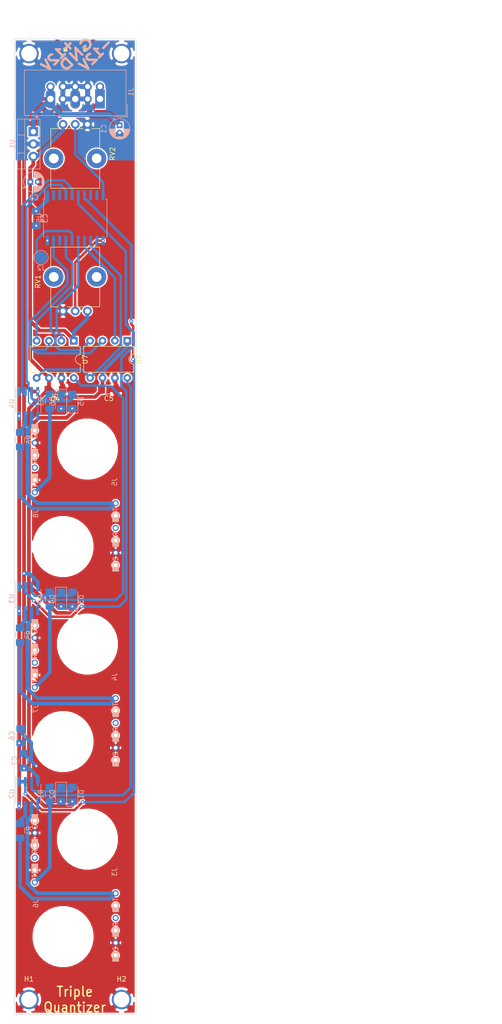
<source format=kicad_pcb>
(kicad_pcb (version 20171130) (host pcbnew "(5.1.5)-3")
  (layers (0 F.Cu signal) (31 B.Cu signal) (34 B.Paste user) (35 F.Paste user) (36 B.SilkS user) (37 F.SilkS user) (38 B.Mask user) (39 F.Mask user) (44 Edge.Cuts user))
  (net 0 "")
  (net 1 GND)
  (net 2 +12V)
  (net 3 +5V)
  (net 4 -12V)
  (net 5 /IN1)
  (net 6 /IN2)
  (net 7 /IN3)
  (net 8 /UPDI)
  (net 9 "Net-(J3-PadRN)")
  (net 10 "Net-(J3-PadSN)")
  (net 11 "Net-(J3-PadT)")
  (net 12 "Net-(J3-PadR)")
  (net 13 "Net-(J4-PadRN)")
  (net 14 "Net-(J4-PadSN)")
  (net 15 "Net-(J4-PadT)")
  (net 16 "Net-(J4-PadR)")
  (net 17 "Net-(J5-PadRN)")
  (net 18 "Net-(J5-PadSN)")
  (net 19 "Net-(J5-PadT)")
  (net 20 "Net-(J5-PadR)")
  (net 21 "Net-(J6-PadTN)")
  (net 22 "Net-(J6-PadRN)")
  (net 23 "Net-(J6-PadSN)")
  (net 24 "Net-(J6-PadT)")
  (net 25 "Net-(J6-PadR)")
  (net 26 "Net-(J7-PadTN)")
  (net 27 "Net-(J7-PadRN)")
  (net 28 "Net-(J7-PadSN)")
  (net 29 "Net-(J7-PadT)")
  (net 30 "Net-(J7-PadR)")
  (net 31 "Net-(J8-PadTN)")
  (net 32 "Net-(J8-PadRN)")
  (net 33 "Net-(J8-PadSN)")
  (net 34 "Net-(J8-PadT)")
  (net 35 "Net-(J8-PadR)")
  (net 36 "Net-(R4-Pad2)")
  (net 37 "Net-(R5-Pad2)")
  (net 38 /DAC0)
  (net 39 /Mode1)
  (net 40 /Mode2)
  (net 41 /SCK)
  (net 42 /MOSI)
  (net 43 /~CS1)
  (net 44 /~CS2)
  (net 45 /~LDAC)
  (net 46 "Net-(U3-Pad5)")
  (net 47 "Net-(D1-Pad2)")
  (net 48 "Net-(D3-Pad2)")
  (net 49 "Net-(D5-Pad2)")
  (net 50 "Net-(R6-Pad2)")
  (net 51 "Net-(U2-Pad5)")
  (net 52 "Net-(U5-Pad18)")
  (net 53 "Net-(U5-Pad12)")
  (net 54 "Net-(U5-Pad9)")
  (net 55 "Net-(U5-Pad8)")
  (net 56 "Net-(U5-Pad3)")
  (net 57 "Net-(U5-Pad2)")
  (module Capacitor_SMD:C_1206_3216Metric_Pad1.42x1.75mm_HandSolder (layer F.Cu) (at 31.4875 84 180)
    (fp_text reference C5 (at 0 -1.82) (layer F.SilkS))
    (fp_text value 100n)
    (pad 2 smd roundrect (at 1.4875 0 180) (size 1.425 1.75) (layers F.Cu F.Paste F.Mask) (roundrect_rratio 0.175439) (net 3 +5V))
    (pad 1 smd roundrect (at -1.4875 0 180) (size 1.425 1.75) (layers F.Cu F.Paste F.Mask) (roundrect_rratio 0.175439) (net 1 GND))
  )
  (module Capacitor_SMD:C_1206_3216Metric_Pad1.42x1.75mm_HandSolder (layer F.Cu) (at 20.4875 84.1 180)
    (fp_text reference C4 (at 0 -1.82) (layer F.SilkS))
    (fp_text value 100n)
    (pad 2 smd roundrect (at 1.4875 0 180) (size 1.425 1.75) (layers F.Cu F.Paste F.Mask) (roundrect_rratio 0.175439) (net 3 +5V))
    (pad 1 smd roundrect (at -1.4875 0 180) (size 1.425 1.75) (layers F.Cu F.Paste F.Mask) (roundrect_rratio 0.175439) (net 1 GND))
  )
  (module Capacitor_SMD:C_1206_3216Metric_Pad1.42x1.75mm_HandSolder (layer B.Cu) (at 16.6 48.8875 90)
    (fp_text reference C3 (at 0 1.82 90) (layer B.SilkS) (effects (justify mirror)))
    (fp_text value 100n)
    (pad 2 smd roundrect (at 1.4875 0 90) (size 1.425 1.75) (layers B.Cu B.Paste B.Mask) (roundrect_rratio 0.175439) (net 3 +5V))
    (pad 1 smd roundrect (at -1.4875 0 90) (size 1.425 1.75) (layers B.Cu B.Paste B.Mask) (roundrect_rratio 0.175439) (net 1 GND))
  )
  (module TestPoint:TestPoint_Pad_D2.5mm (layer B.Cu) (at 17.6 56.9)
    (fp_text reference J2 (at 0 2.148) (layer B.SilkS) (effects (justify mirror)))
    (fp_text value Prog)
    (pad 1 smd circle (at 0 0) (size 2.5 2.5) (layers B.Cu B.Mask) (net 8 /UPDI))
  )
  (module Capacitor_THT:CP_Radial_D4.0mm_P1.50mm (layer B.Cu) (at 15.4 41.4)
    (fp_text reference C2 (at 0.75 3.25 180) (layer B.SilkS) (effects (justify mirror)))
    (fp_text value 1u)
    (pad 2 thru_hole circle (at 1.5 0) (size 1.2 1.2) (drill 0.6) (layers *.Cu *.Mask) (net 1 GND))
    (pad 1 thru_hole rect (at 0 0) (size 1.2 1.2) (drill 0.6) (layers *.Cu *.Mask) (net 3 +5V))
  )
  (module Capacitor_THT:CP_Radial_D4.0mm_P1.50mm (layer B.Cu) (at 33.7 29.8 270)
    (fp_text reference C1 (at 0.75 3.25 270) (layer B.SilkS) (effects (justify mirror)))
    (fp_text value 10u)
    (pad 2 thru_hole circle (at 1.5 0 270) (size 1.2 1.2) (drill 0.6) (layers *.Cu *.Mask) (net 1 GND))
    (pad 1 thru_hole rect (at 0 0 270) (size 1.2 1.2) (drill 0.6) (layers *.Cu *.Mask) (net 2 +12V))
  )
  (module Package_TO_SOT_THT:TO-220-3_Vertical (layer B.Cu) (at 16 31.1 270)
    (fp_text reference U1 (at 2.54 4.27 270) (layer B.SilkS) (effects (justify mirror)))
    (fp_text value L7805)
    (pad 3 thru_hole oval (at 5.08 0 270) (size 1.905 2) (drill 1.1) (layers *.Cu *.Mask) (net 3 +5V))
    (pad 2 thru_hole oval (at 2.54 0 270) (size 1.905 2) (drill 1.1) (layers *.Cu *.Mask) (net 1 GND))
    (pad 1 thru_hole rect (at 0 0 270) (size 1.905 2) (drill 1.1) (layers *.Cu *.Mask) (net 2 +12V))
  )
  (module Potentiometer_THT:Potentiometer_Alps_RK09K_Single_Vertical (layer F.Cu) (at 22.1 29.6 270)
    (fp_text reference RV2 (at 6.05 -10.15 90) (layer F.SilkS))
    (fp_text value 100k)
    (pad "" np_thru_hole circle (at 7 1.9 270) (size 4 4) (drill 2) (layers *.Cu *.Mask))
    (pad "" np_thru_hole circle (at 7 -6.9 270) (size 4 4) (drill 2) (layers *.Cu *.Mask))
    (pad 1 thru_hole circle (at 0 0 270) (size 1.8 1.8) (drill 1) (layers *.Cu *.Mask) (net 3 +5V))
    (pad 2 thru_hole circle (at 0 -2.5 270) (size 1.8 1.8) (drill 1) (layers *.Cu *.Mask) (net 40 /Mode2))
    (pad 3 thru_hole circle (at 0 -5 270) (size 1.8 1.8) (drill 1) (layers *.Cu *.Mask) (net 1 GND))
  )
  (module Package_DIP:DIP-8_W7.62mm (layer F.Cu) (at 24.3 74 270)
    (fp_text reference U7 (at 3.81 -2.33 90) (layer F.SilkS))
    (fp_text value MCP4801)
    (pad 8 thru_hole oval (at 7.62 0 270) (size 1.6 1.6) (drill 0.8) (layers *.Cu *.Mask) (net 46 "Net-(U3-Pad5)"))
    (pad 4 thru_hole oval (at 0 7.62 270) (size 1.6 1.6) (drill 0.8) (layers *.Cu *.Mask) (net 42 /MOSI))
    (pad 7 thru_hole oval (at 7.62 2.54 270) (size 1.6 1.6) (drill 0.8) (layers *.Cu *.Mask) (net 1 GND))
    (pad 3 thru_hole oval (at 0 5.08 270) (size 1.6 1.6) (drill 0.8) (layers *.Cu *.Mask) (net 41 /SCK))
    (pad 6 thru_hole oval (at 7.62 5.08 270) (size 1.6 1.6) (drill 0.8) (layers *.Cu *.Mask) (net 3 +5V))
    (pad 2 thru_hole oval (at 0 2.54 270) (size 1.6 1.6) (drill 0.8) (layers *.Cu *.Mask) (net 44 /~CS2))
    (pad 5 thru_hole oval (at 7.62 7.62 270) (size 1.6 1.6) (drill 0.8) (layers *.Cu *.Mask) (net 45 /~LDAC))
    (pad 1 thru_hole rect (at 0 0 270) (size 1.6 1.6) (drill 0.8) (layers *.Cu *.Mask) (net 3 +5V))
  )
  (module Package_SO:SOIC-8_3.9x4.9mm_P1.27mm (layer B.Cu) (at 15 86.9 270)
    (fp_text reference U4 (at 0 3.4 90) (layer B.SilkS) (effects (justify mirror)))
    (fp_text value TL082)
    (pad 8 smd roundrect (at 2.475 1.905 270) (size 1.95 0.6) (layers B.Cu B.Paste B.Mask) (net 2 +12V))
    (pad 7 smd roundrect (at 2.475 0.635 270) (size 1.95 0.6) (layers B.Cu B.Paste B.Mask) (net 50 "Net-(R6-Pad2)"))
    (pad 6 smd roundrect (at 2.475 -0.635 270) (size 1.95 0.6) (layers B.Cu B.Paste B.Mask) (net 34 "Net-(J8-PadT)"))
    (pad 5 smd roundrect (at 2.475 -1.905 270) (size 1.95 0.6) (layers B.Cu B.Paste B.Mask) (net 38 /DAC0))
    (pad 4 smd roundrect (at -2.475 -1.905 270) (size 1.95 0.6) (layers B.Cu B.Paste B.Mask) (net 4 -12V))
    (pad 3 smd roundrect (at -2.475 -0.635 270) (size 1.95 0.6) (layers B.Cu B.Paste B.Mask) (net 49 "Net-(D5-Pad2)"))
    (pad 2 smd roundrect (at -2.475 0.635 270) (size 1.95 0.6) (layers B.Cu B.Paste B.Mask) (net 7 /IN3))
    (pad 1 smd roundrect (at -2.475 1.905 270) (size 1.95 0.6) (layers B.Cu B.Paste B.Mask) (net 7 /IN3))
  )
  (module Package_SO:SOIC-8_3.9x4.9mm_P1.27mm (layer B.Cu) (at 15 166.9 270)
    (fp_text reference U2 (at 0 3.4 90) (layer B.SilkS) (effects (justify mirror)))
    (fp_text value TL082)
    (pad 8 smd roundrect (at 2.475 1.905 270) (size 1.95 0.6) (layers B.Cu B.Paste B.Mask) (net 2 +12V))
    (pad 7 smd roundrect (at 2.475 0.635 270) (size 1.95 0.6) (layers B.Cu B.Paste B.Mask) (net 36 "Net-(R4-Pad2)"))
    (pad 6 smd roundrect (at 2.475 -0.635 270) (size 1.95 0.6) (layers B.Cu B.Paste B.Mask) (net 24 "Net-(J6-PadT)"))
    (pad 5 smd roundrect (at 2.475 -1.905 270) (size 1.95 0.6) (layers B.Cu B.Paste B.Mask) (net 51 "Net-(U2-Pad5)"))
    (pad 4 smd roundrect (at -2.475 -1.905 270) (size 1.95 0.6) (layers B.Cu B.Paste B.Mask) (net 4 -12V))
    (pad 3 smd roundrect (at -2.475 -0.635 270) (size 1.95 0.6) (layers B.Cu B.Paste B.Mask) (net 47 "Net-(D1-Pad2)"))
    (pad 2 smd roundrect (at -2.475 0.635 270) (size 1.95 0.6) (layers B.Cu B.Paste B.Mask) (net 5 /IN1))
    (pad 1 smd roundrect (at -2.475 1.905 270) (size 1.95 0.6) (layers B.Cu B.Paste B.Mask) (net 5 /IN1))
  )
  (module Resistor_SMD:R_1206_3216Metric_Pad1.42x1.75mm_HandSolder (layer B.Cu) (at 13.3 94.2875 90)
    (fp_text reference R6 (at 0 1.82 270) (layer B.SilkS) (effects (justify mirror)))
    (fp_text value 1k)
    (pad 2 smd roundrect (at 1.4875 0 90) (size 1.425 1.75) (layers B.Cu B.Paste B.Mask) (roundrect_rratio 0.175439) (net 50 "Net-(R6-Pad2)"))
    (pad 1 smd roundrect (at -1.4875 0 90) (size 1.425 1.75) (layers B.Cu B.Paste B.Mask) (roundrect_rratio 0.175439) (net 34 "Net-(J8-PadT)"))
  )
  (module Resistor_SMD:R_1206_3216Metric_Pad1.42x1.75mm_HandSolder (layer B.Cu) (at 13.3 134.3875 90)
    (fp_text reference R5 (at 0 1.82 270) (layer B.SilkS) (effects (justify mirror)))
    (fp_text value 1k)
    (pad 2 smd roundrect (at 1.4875 0 90) (size 1.425 1.75) (layers B.Cu B.Paste B.Mask) (roundrect_rratio 0.175439) (net 37 "Net-(R5-Pad2)"))
    (pad 1 smd roundrect (at -1.4875 0 90) (size 1.425 1.75) (layers B.Cu B.Paste B.Mask) (roundrect_rratio 0.175439) (net 29 "Net-(J7-PadT)"))
  )
  (module Resistor_SMD:R_1206_3216Metric_Pad1.42x1.75mm_HandSolder (layer B.Cu) (at 13.3 174.4875 90)
    (fp_text reference R4 (at 0 1.82 270) (layer B.SilkS) (effects (justify mirror)))
    (fp_text value 1k)
    (pad 2 smd roundrect (at 1.4875 0 90) (size 1.425 1.75) (layers B.Cu B.Paste B.Mask) (roundrect_rratio 0.175439) (net 36 "Net-(R4-Pad2)"))
    (pad 1 smd roundrect (at -1.4875 0 90) (size 1.425 1.75) (layers B.Cu B.Paste B.Mask) (roundrect_rratio 0.175439) (net 24 "Net-(J6-PadT)"))
  )
  (module Resistor_SMD:R_1206_3216Metric_Pad1.42x1.75mm_HandSolder (layer B.Cu) (at 19.4 86.4125 270)
    (fp_text reference R3 (at 0 1.82 270) (layer B.SilkS) (effects (justify mirror)))
    (fp_text value 100k)
    (pad 2 smd roundrect (at 1.4875 0 270) (size 1.425 1.75) (layers B.Cu B.Paste B.Mask) (roundrect_rratio 0.175439) (net 19 "Net-(J5-PadT)"))
    (pad 1 smd roundrect (at -1.4875 0 270) (size 1.425 1.75) (layers B.Cu B.Paste B.Mask) (roundrect_rratio 0.175439) (net 49 "Net-(D5-Pad2)"))
  )
  (module Resistor_SMD:R_1206_3216Metric_Pad1.42x1.75mm_HandSolder (layer B.Cu) (at 19.4 126.9875 270)
    (fp_text reference R2 (at 0 1.82 270) (layer B.SilkS) (effects (justify mirror)))
    (fp_text value 100k)
    (pad 2 smd roundrect (at 1.4875 0 270) (size 1.425 1.75) (layers B.Cu B.Paste B.Mask) (roundrect_rratio 0.175439) (net 15 "Net-(J4-PadT)"))
    (pad 1 smd roundrect (at -1.4875 0 270) (size 1.425 1.75) (layers B.Cu B.Paste B.Mask) (roundrect_rratio 0.175439) (net 48 "Net-(D3-Pad2)"))
  )
  (module Resistor_SMD:R_1206_3216Metric_Pad1.42x1.75mm_HandSolder (layer B.Cu) (at 19.4 166.9875 270)
    (fp_text reference R1 (at 0 1.82 270) (layer B.SilkS) (effects (justify mirror)))
    (fp_text value 100k)
    (pad 2 smd roundrect (at 1.4875 0 270) (size 1.425 1.75) (layers B.Cu B.Paste B.Mask) (roundrect_rratio 0.175439) (net 11 "Net-(J3-PadT)"))
    (pad 1 smd roundrect (at -1.4875 0 270) (size 1.425 1.75) (layers B.Cu B.Paste B.Mask) (roundrect_rratio 0.175439) (net 47 "Net-(D1-Pad2)"))
  )
  (module telec:JackHole (layer F.Cu) (at 22.1 116.2 90)
    (fp_text reference J8 (at 6.731 -5.588 90) (layer B.SilkS) (effects (justify mirror)))
    (fp_text value OUT3)
    (fp_text user T (at 7.62 10.795 90) (layer B.SilkS))
    (fp_text user R (at 2.54 10.795 90) (layer B.SilkS))
    (fp_text user S (at -2.54 10.795 90) (layer B.SilkS))
    (pad TN thru_hole circle (at 6.35 10.795 90) (size 1.27 1.27) (drill 0.762) (layers *.Cu *.Mask) (net 31 "Net-(J8-PadTN)"))
    (pad RN thru_hole circle (at 1.27 10.795 90) (size 1.27 1.27) (drill 0.762) (layers *.Cu *.Mask) (net 32 "Net-(J8-PadRN)"))
    (pad SN thru_hole circle (at -3.81 10.795 90) (size 1.27 1.27) (drill 0.762) (layers *.Cu *.Mask) (net 33 "Net-(J8-PadSN)"))
    (pad T thru_hole circle (at 8.89 10.795 90) (size 1.27 1.27) (drill 0.762) (layers *.Cu *.Mask) (net 34 "Net-(J8-PadT)"))
    (pad R thru_hole circle (at 3.81 10.795 90) (size 1.27 1.27) (drill 0.762) (layers *.Cu *.Mask) (net 35 "Net-(J8-PadR)"))
    (pad S thru_hole circle (at -1.27 10.795 90) (size 1.27 1.27) (drill 0.762) (layers *.Cu *.Mask) (net 1 GND))
    (pad "" np_thru_hole circle (at 0 0 90) (size 12 12) (drill 12) (layers *.Cu *.Mask))
  )
  (module Diode_SMD:D_1206_3216Metric_Pad1.42x1.75mm_HandSolder (layer B.Cu) (at 21.7 86.4125 270)
    (fp_text reference D6 (at 0 1.82 270) (layer B.SilkS) (effects (justify mirror)))
    (fp_text value 1N4148)
    (pad 2 smd roundrect (at 1.4875 0 270) (size 1.425 1.75) (layers B.Cu B.Paste B.Mask) (roundrect_rratio 0.175439) (net 1 GND))
    (pad 1 smd roundrect (at -1.4875 0 270) (size 1.425 1.75) (layers B.Cu B.Paste B.Mask) (roundrect_rratio 0.175439) (net 49 "Net-(D5-Pad2)"))
  )
  (module Diode_SMD:D_1206_3216Metric_Pad1.42x1.75mm_HandSolder (layer B.Cu) (at 24 86.4125 90)
    (fp_text reference D5 (at 0 1.82 270) (layer B.SilkS) (effects (justify mirror)))
    (fp_text value 1N4148)
    (pad 2 smd roundrect (at 1.4875 0 90) (size 1.425 1.75) (layers B.Cu B.Paste B.Mask) (roundrect_rratio 0.175439) (net 49 "Net-(D5-Pad2)"))
    (pad 1 smd roundrect (at -1.4875 0 90) (size 1.425 1.75) (layers B.Cu B.Paste B.Mask) (roundrect_rratio 0.175439) (net 3 +5V))
  )
  (module Diode_SMD:D_1206_3216Metric_Pad1.42x1.75mm_HandSolder (layer B.Cu) (at 21.7 126.9875 270)
    (fp_text reference D4 (at 0 1.82 270) (layer B.SilkS) (effects (justify mirror)))
    (fp_text value 1N4148)
    (pad 2 smd roundrect (at 1.4875 0 270) (size 1.425 1.75) (layers B.Cu B.Paste B.Mask) (roundrect_rratio 0.175439) (net 1 GND))
    (pad 1 smd roundrect (at -1.4875 0 270) (size 1.425 1.75) (layers B.Cu B.Paste B.Mask) (roundrect_rratio 0.175439) (net 48 "Net-(D3-Pad2)"))
  )
  (module Diode_SMD:D_1206_3216Metric_Pad1.42x1.75mm_HandSolder (layer B.Cu) (at 24 127.0125 90)
    (fp_text reference D3 (at 0 1.82 270) (layer B.SilkS) (effects (justify mirror)))
    (fp_text value 1N4148)
    (pad 2 smd roundrect (at 1.4875 0 90) (size 1.425 1.75) (layers B.Cu B.Paste B.Mask) (roundrect_rratio 0.175439) (net 48 "Net-(D3-Pad2)"))
    (pad 1 smd roundrect (at -1.4875 0 90) (size 1.425 1.75) (layers B.Cu B.Paste B.Mask) (roundrect_rratio 0.175439) (net 3 +5V))
  )
  (module Diode_SMD:D_1206_3216Metric_Pad1.42x1.75mm_HandSolder (layer B.Cu) (at 21.7 166.9875 270)
    (fp_text reference D2 (at 0 1.82 270) (layer B.SilkS) (effects (justify mirror)))
    (fp_text value 1N4148)
    (pad 2 smd roundrect (at 1.4875 0 270) (size 1.425 1.75) (layers B.Cu B.Paste B.Mask) (roundrect_rratio 0.175439) (net 1 GND))
    (pad 1 smd roundrect (at -1.4875 0 270) (size 1.425 1.75) (layers B.Cu B.Paste B.Mask) (roundrect_rratio 0.175439) (net 47 "Net-(D1-Pad2)"))
  )
  (module Diode_SMD:D_1206_3216Metric_Pad1.42x1.75mm_HandSolder (layer B.Cu) (at 24 167.0125 90)
    (fp_text reference D1 (at 0 1.82 -90) (layer B.SilkS) (effects (justify mirror)))
    (fp_text value 1N4148)
    (pad 2 smd roundrect (at 1.4875 0 90) (size 1.425 1.75) (layers B.Cu B.Paste B.Mask) (roundrect_rratio 0.175439) (net 47 "Net-(D1-Pad2)"))
    (pad 1 smd roundrect (at -1.4875 0 90) (size 1.425 1.75) (layers B.Cu B.Paste B.Mask) (roundrect_rratio 0.175439) (net 3 +5V))
  )
  (module Capacitor_SMD:C_1206_3216Metric_Pad1.42x1.75mm_HandSolder (layer B.Cu) (at 14 160.1125 270)
    (fp_text reference C7 (at 0 1.82 270) (layer B.SilkS) (effects (justify mirror)))
    (fp_text value 100n)
    (pad 2 smd roundrect (at 1.4875 0 270) (size 1.425 1.75) (layers B.Cu B.Paste B.Mask) (roundrect_rratio 0.175439) (net 4 -12V))
    (pad 1 smd roundrect (at -1.4875 0 270) (size 1.425 1.75) (layers B.Cu B.Paste B.Mask) (roundrect_rratio 0.175439) (net 1 GND))
  )
  (module Capacitor_SMD:C_1206_3216Metric_Pad1.42x1.75mm_HandSolder (layer B.Cu) (at 13.4 155.0125 270)
    (fp_text reference C6 (at 0 1.82 270) (layer B.SilkS) (effects (justify mirror)))
    (fp_text value 100n)
    (pad 2 smd roundrect (at 1.4875 0 270) (size 1.425 1.75) (layers B.Cu B.Paste B.Mask) (roundrect_rratio 0.175439) (net 2 +12V))
    (pad 1 smd roundrect (at -1.4875 0 270) (size 1.425 1.75) (layers B.Cu B.Paste B.Mask) (roundrect_rratio 0.175439) (net 1 GND))
  )
  (module Package_SO:SOIC-8_3.9x4.9mm_P1.27mm (layer B.Cu) (at 15 126.9 270)
    (fp_text reference U3 (at 0 3.4 270) (layer B.SilkS) (effects (justify mirror)))
    (fp_text value TL082)
    (pad 8 smd roundrect (at 2.475 1.905 270) (size 1.95 0.6) (layers B.Cu B.Paste B.Mask) (net 2 +12V))
    (pad 7 smd roundrect (at 2.475 0.635 270) (size 1.95 0.6) (layers B.Cu B.Paste B.Mask) (net 37 "Net-(R5-Pad2)"))
    (pad 6 smd roundrect (at 2.475 -0.635 270) (size 1.95 0.6) (layers B.Cu B.Paste B.Mask) (net 29 "Net-(J7-PadT)"))
    (pad 5 smd roundrect (at 2.475 -1.905 270) (size 1.95 0.6) (layers B.Cu B.Paste B.Mask) (net 46 "Net-(U3-Pad5)"))
    (pad 4 smd roundrect (at -2.475 -1.905 270) (size 1.95 0.6) (layers B.Cu B.Paste B.Mask) (net 4 -12V))
    (pad 3 smd roundrect (at -2.475 -0.635 270) (size 1.95 0.6) (layers B.Cu B.Paste B.Mask) (net 48 "Net-(D3-Pad2)"))
    (pad 2 smd roundrect (at -2.475 0.635 270) (size 1.95 0.6) (layers B.Cu B.Paste B.Mask) (net 6 /IN2))
    (pad 1 smd roundrect (at -2.475 1.905 270) (size 1.95 0.6) (layers B.Cu B.Paste B.Mask) (net 6 /IN2))
  )
  (module Package_DIP:DIP-8_W7.62mm (layer F.Cu) (at 35.28 73.98 270)
    (fp_text reference U6 (at 3.81 -2.33 90) (layer F.SilkS))
    (fp_text value MCP4801)
    (pad 8 thru_hole oval (at 7.62 0 270) (size 1.6 1.6) (drill 0.8) (layers *.Cu *.Mask) (net 51 "Net-(U2-Pad5)"))
    (pad 4 thru_hole oval (at 0 7.62 270) (size 1.6 1.6) (drill 0.8) (layers *.Cu *.Mask) (net 42 /MOSI))
    (pad 7 thru_hole oval (at 7.62 2.54 270) (size 1.6 1.6) (drill 0.8) (layers *.Cu *.Mask) (net 1 GND))
    (pad 3 thru_hole oval (at 0 5.08 270) (size 1.6 1.6) (drill 0.8) (layers *.Cu *.Mask) (net 41 /SCK))
    (pad 6 thru_hole oval (at 7.62 5.08 270) (size 1.6 1.6) (drill 0.8) (layers *.Cu *.Mask) (net 3 +5V))
    (pad 2 thru_hole oval (at 0 2.54 270) (size 1.6 1.6) (drill 0.8) (layers *.Cu *.Mask) (net 43 /~CS1))
    (pad 5 thru_hole oval (at 7.62 7.62 270) (size 1.6 1.6) (drill 0.8) (layers *.Cu *.Mask) (net 45 /~LDAC))
    (pad 1 thru_hole rect (at 0 0 270) (size 1.6 1.6) (drill 0.8) (layers *.Cu *.Mask) (net 3 +5V))
  )
  (module Package_SO:SOIC-20W_7.5x12.8mm_P1.27mm (layer B.Cu) (at 24.6 48.8 270)
    (fp_text reference U5 (at 0 7.35 270) (layer B.SilkS) (effects (justify mirror)))
    (fp_text value ATtiny416-S)
    (pad 20 smd roundrect (at 4.65 5.715 270) (size 2.05 0.6) (layers B.Cu B.Paste B.Mask) (net 1 GND))
    (pad 19 smd roundrect (at 4.65 4.445 270) (size 2.05 0.6) (layers B.Cu B.Paste B.Mask) (net 41 /SCK))
    (pad 18 smd roundrect (at 4.65 3.175 270) (size 2.05 0.6) (layers B.Cu B.Paste B.Mask) (net 52 "Net-(U5-Pad18)"))
    (pad 17 smd roundrect (at 4.65 1.905 270) (size 2.05 0.6) (layers B.Cu B.Paste B.Mask) (net 42 /MOSI))
    (pad 16 smd roundrect (at 4.65 0.635 270) (size 2.05 0.6) (layers B.Cu B.Paste B.Mask) (net 8 /UPDI))
    (pad 15 smd roundrect (at 4.65 -0.635 270) (size 2.05 0.6) (layers B.Cu B.Paste B.Mask) (net 44 /~CS2))
    (pad 14 smd roundrect (at 4.65 -1.905 270) (size 2.05 0.6) (layers B.Cu B.Paste B.Mask) (net 43 /~CS1))
    (pad 13 smd roundrect (at 4.65 -3.175 270) (size 2.05 0.6) (layers B.Cu B.Paste B.Mask) (net 45 /~LDAC))
    (pad 12 smd roundrect (at 4.65 -4.445 270) (size 2.05 0.6) (layers B.Cu B.Paste B.Mask) (net 53 "Net-(U5-Pad12)"))
    (pad 11 smd roundrect (at 4.65 -5.715 270) (size 2.05 0.6) (layers B.Cu B.Paste B.Mask) (net 39 /Mode1))
    (pad 10 smd roundrect (at -4.65 -5.715 270) (size 2.05 0.6) (layers B.Cu B.Paste B.Mask) (net 40 /Mode2))
    (pad 9 smd roundrect (at -4.65 -4.445 270) (size 2.05 0.6) (layers B.Cu B.Paste B.Mask) (net 54 "Net-(U5-Pad9)"))
    (pad 8 smd roundrect (at -4.65 -3.175 270) (size 2.05 0.6) (layers B.Cu B.Paste B.Mask) (net 55 "Net-(U5-Pad8)"))
    (pad 7 smd roundrect (at -4.65 -1.905 270) (size 2.05 0.6) (layers B.Cu B.Paste B.Mask) (net 5 /IN1))
    (pad 6 smd roundrect (at -4.65 -0.635 270) (size 2.05 0.6) (layers B.Cu B.Paste B.Mask) (net 6 /IN2))
    (pad 5 smd roundrect (at -4.65 0.635 270) (size 2.05 0.6) (layers B.Cu B.Paste B.Mask) (net 7 /IN3))
    (pad 4 smd roundrect (at -4.65 1.905 270) (size 2.05 0.6) (layers B.Cu B.Paste B.Mask) (net 38 /DAC0))
    (pad 3 smd roundrect (at -4.65 3.175 270) (size 2.05 0.6) (layers B.Cu B.Paste B.Mask) (net 56 "Net-(U5-Pad3)"))
    (pad 2 smd roundrect (at -4.65 4.445 270) (size 2.05 0.6) (layers B.Cu B.Paste B.Mask) (net 57 "Net-(U5-Pad2)"))
    (pad 1 smd roundrect (at -4.65 5.715 270) (size 2.05 0.6) (layers B.Cu B.Paste B.Mask) (net 3 +5V))
  )
  (module Potentiometer_THT:Potentiometer_Alps_RK09K_Single_Vertical (layer F.Cu) (at 27.1 67.9 90)
    (fp_text reference RV1 (at 6.05 -10.15 90) (layer F.SilkS))
    (fp_text value 100k)
    (pad "" np_thru_hole circle (at 7 1.9 90) (size 4 4) (drill 2) (layers *.Cu *.Mask))
    (pad "" np_thru_hole circle (at 7 -6.9 90) (size 4 4) (drill 2) (layers *.Cu *.Mask))
    (pad 1 thru_hole circle (at 0 0 90) (size 1.8 1.8) (drill 1) (layers *.Cu *.Mask) (net 3 +5V))
    (pad 2 thru_hole circle (at 0 -2.5 90) (size 1.8 1.8) (drill 1) (layers *.Cu *.Mask) (net 39 /Mode1))
    (pad 3 thru_hole circle (at 0 -5 90) (size 1.8 1.8) (drill 1) (layers *.Cu *.Mask) (net 1 GND))
  )
  (module logo:telec-8 (layer F.Cu) (at 24.6 16.3)
    (fp_text reference LOGO1 hide)
    (fp_text value telec hide)
    (fp_poly (pts (xy 3.27025 -4.064) (xy 4.064 -4.064) (xy 4.064 -3.2385) (xy 3.27025 -3.2385) (xy 3.27025 -4.064)) (layer F.Cu) (width 0.01))
    (fp_poly (pts (xy 3.27025 -2.413) (xy 2.44475 -2.413) (xy 2.44475 -1.61925) (xy 1.651 -1.61925) (xy 1.651 -3.2385) (xy 3.27025 -3.2385) (xy 3.27025 -2.413)) (layer F.Cu) (width 0.01))
    (fp_poly (pts (xy -4.064 -3.2385) (xy -4.064 -4.064) (xy -3.2385 -4.064) (xy -3.2385 -3.2385) (xy -4.064 -3.2385)) (layer F.Cu) (width 0.01))
    (fp_poly (pts (xy -1.61925 -3.2385) (xy -1.61925 -1.61925) (xy -2.413 -1.61925) (xy -2.413 -2.413) (xy -3.2385 -2.413) (xy -3.2385 -3.2385) (xy -1.61925 -3.2385)) (layer F.Cu) (width 0.01))
    (fp_poly (pts (xy 0.8255 0.03175) (xy 1.651 0.03175) (xy 1.651 0.8255) (xy -1.61925 0.8255) (xy -1.61925 0.03175) (xy -0.79375 0.03175) (xy -0.79375 -1.61925) (xy 0.8255 -1.61925) (xy 0.8255 0.03175)) (layer F.Cu) (width 0.01))
  )
  (module telec:JackHole (layer F.Cu) (at 22.1 156.2 90)
    (fp_text reference J7 (at 6.731 -5.588 90) (layer B.SilkS) (effects (justify mirror)))
    (fp_text value OUT2)
    (fp_text user T (at 7.62 10.795 90) (layer B.SilkS))
    (fp_text user R (at 2.54 10.795 90) (layer B.SilkS))
    (fp_text user S (at -2.54 10.795 90) (layer B.SilkS))
    (pad TN thru_hole circle (at 6.35 10.795 90) (size 1.27 1.27) (drill 0.762) (layers *.Cu *.Mask) (net 26 "Net-(J7-PadTN)"))
    (pad RN thru_hole circle (at 1.27 10.795 90) (size 1.27 1.27) (drill 0.762) (layers *.Cu *.Mask) (net 27 "Net-(J7-PadRN)"))
    (pad SN thru_hole circle (at -3.81 10.795 90) (size 1.27 1.27) (drill 0.762) (layers *.Cu *.Mask) (net 28 "Net-(J7-PadSN)"))
    (pad T thru_hole circle (at 8.89 10.795 90) (size 1.27 1.27) (drill 0.762) (layers *.Cu *.Mask) (net 29 "Net-(J7-PadT)"))
    (pad R thru_hole circle (at 3.81 10.795 90) (size 1.27 1.27) (drill 0.762) (layers *.Cu *.Mask) (net 30 "Net-(J7-PadR)"))
    (pad S thru_hole circle (at -1.27 10.795 90) (size 1.27 1.27) (drill 0.762) (layers *.Cu *.Mask) (net 1 GND))
    (pad "" np_thru_hole circle (at 0 0 90) (size 12 12) (drill 12) (layers *.Cu *.Mask))
  )
  (module telec:JackHole (layer F.Cu) (at 22.1 196.2 90)
    (fp_text reference J6 (at 6.731 -5.588 90) (layer B.SilkS) (effects (justify mirror)))
    (fp_text value OUT1)
    (fp_text user T (at 7.62 10.795 90) (layer B.SilkS))
    (fp_text user R (at 2.54 10.795 90) (layer B.SilkS))
    (fp_text user S (at -2.54 10.795 90) (layer B.SilkS))
    (pad TN thru_hole circle (at 6.35 10.795 90) (size 1.27 1.27) (drill 0.762) (layers *.Cu *.Mask) (net 21 "Net-(J6-PadTN)"))
    (pad RN thru_hole circle (at 1.27 10.795 90) (size 1.27 1.27) (drill 0.762) (layers *.Cu *.Mask) (net 22 "Net-(J6-PadRN)"))
    (pad SN thru_hole circle (at -3.81 10.795 90) (size 1.27 1.27) (drill 0.762) (layers *.Cu *.Mask) (net 23 "Net-(J6-PadSN)"))
    (pad T thru_hole circle (at 8.89 10.795 90) (size 1.27 1.27) (drill 0.762) (layers *.Cu *.Mask) (net 24 "Net-(J6-PadT)"))
    (pad R thru_hole circle (at 3.81 10.795 90) (size 1.27 1.27) (drill 0.762) (layers *.Cu *.Mask) (net 25 "Net-(J6-PadR)"))
    (pad S thru_hole circle (at -1.27 10.795 90) (size 1.27 1.27) (drill 0.762) (layers *.Cu *.Mask) (net 1 GND))
    (pad "" np_thru_hole circle (at 0 0 90) (size 12 12) (drill 12) (layers *.Cu *.Mask))
  )
  (module telec:JackHole (layer F.Cu) (at 27.1 96.2 270)
    (fp_text reference J5 (at 6.731 -5.588 90) (layer B.SilkS) (effects (justify mirror)))
    (fp_text value IN3)
    (fp_text user T (at 7.62 10.795 90) (layer B.SilkS))
    (fp_text user R (at 2.54 10.795 90) (layer B.SilkS))
    (fp_text user S (at -2.54 10.795 90) (layer B.SilkS))
    (pad TN thru_hole circle (at 6.35 10.795 270) (size 1.27 1.27) (drill 0.762) (layers *.Cu *.Mask) (net 1 GND))
    (pad RN thru_hole circle (at 1.27 10.795 270) (size 1.27 1.27) (drill 0.762) (layers *.Cu *.Mask) (net 17 "Net-(J5-PadRN)"))
    (pad SN thru_hole circle (at -3.81 10.795 270) (size 1.27 1.27) (drill 0.762) (layers *.Cu *.Mask) (net 18 "Net-(J5-PadSN)"))
    (pad T thru_hole circle (at 8.89 10.795 270) (size 1.27 1.27) (drill 0.762) (layers *.Cu *.Mask) (net 19 "Net-(J5-PadT)"))
    (pad R thru_hole circle (at 3.81 10.795 270) (size 1.27 1.27) (drill 0.762) (layers *.Cu *.Mask) (net 20 "Net-(J5-PadR)"))
    (pad S thru_hole circle (at -1.27 10.795 270) (size 1.27 1.27) (drill 0.762) (layers *.Cu *.Mask) (net 1 GND))
    (pad "" np_thru_hole circle (at 0 0 270) (size 12 12) (drill 12) (layers *.Cu *.Mask))
  )
  (module telec:JackHole (layer F.Cu) (at 27.1 136.2 270)
    (fp_text reference J4 (at 6.731 -5.588 90) (layer B.SilkS) (effects (justify mirror)))
    (fp_text value IN2)
    (fp_text user T (at 7.62 10.795 90) (layer B.SilkS))
    (fp_text user R (at 2.54 10.795 90) (layer B.SilkS))
    (fp_text user S (at -2.54 10.795 90) (layer B.SilkS))
    (pad TN thru_hole circle (at 6.35 10.795 270) (size 1.27 1.27) (drill 0.762) (layers *.Cu *.Mask) (net 1 GND))
    (pad RN thru_hole circle (at 1.27 10.795 270) (size 1.27 1.27) (drill 0.762) (layers *.Cu *.Mask) (net 13 "Net-(J4-PadRN)"))
    (pad SN thru_hole circle (at -3.81 10.795 270) (size 1.27 1.27) (drill 0.762) (layers *.Cu *.Mask) (net 14 "Net-(J4-PadSN)"))
    (pad T thru_hole circle (at 8.89 10.795 270) (size 1.27 1.27) (drill 0.762) (layers *.Cu *.Mask) (net 15 "Net-(J4-PadT)"))
    (pad R thru_hole circle (at 3.81 10.795 270) (size 1.27 1.27) (drill 0.762) (layers *.Cu *.Mask) (net 16 "Net-(J4-PadR)"))
    (pad S thru_hole circle (at -1.27 10.795 270) (size 1.27 1.27) (drill 0.762) (layers *.Cu *.Mask) (net 1 GND))
    (pad "" np_thru_hole circle (at 0 0 270) (size 12 12) (drill 12) (layers *.Cu *.Mask))
  )
  (module telec:JackHole (layer F.Cu) (at 27.1 176.2 270)
    (fp_text reference J3 (at 6.731 -5.588 90) (layer B.SilkS) (effects (justify mirror)))
    (fp_text value IN1)
    (fp_text user T (at 7.62 10.795 90) (layer B.SilkS))
    (fp_text user R (at 2.54 10.795 90) (layer B.SilkS))
    (fp_text user S (at -2.54 10.795 90) (layer B.SilkS))
    (pad TN thru_hole circle (at 6.35 10.795 270) (size 1.27 1.27) (drill 0.762) (layers *.Cu *.Mask) (net 1 GND))
    (pad RN thru_hole circle (at 1.27 10.795 270) (size 1.27 1.27) (drill 0.762) (layers *.Cu *.Mask) (net 9 "Net-(J3-PadRN)"))
    (pad SN thru_hole circle (at -3.81 10.795 270) (size 1.27 1.27) (drill 0.762) (layers *.Cu *.Mask) (net 10 "Net-(J3-PadSN)"))
    (pad T thru_hole circle (at 8.89 10.795 270) (size 1.27 1.27) (drill 0.762) (layers *.Cu *.Mask) (net 11 "Net-(J3-PadT)"))
    (pad R thru_hole circle (at 3.81 10.795 270) (size 1.27 1.27) (drill 0.762) (layers *.Cu *.Mask) (net 12 "Net-(J3-PadR)"))
    (pad S thru_hole circle (at -1.27 10.795 270) (size 1.27 1.27) (drill 0.762) (layers *.Cu *.Mask) (net 1 GND))
    (pad "" np_thru_hole circle (at 0 0 270) (size 12 12) (drill 12) (layers *.Cu *.Mask))
  )
  (module Kosmo_panel:Kosmo_Panel_Dual_Mounting_Holes (layer F.Cu) (at 34.1 209.1)
    (fp_text reference H2 (at 0 -4.2) (layer F.SilkS))
    (fp_text value Mounting_Holes)
    (pad 1 thru_hole circle (at 0.0127 -194.0052) (size 4 4) (drill 3.2) (layers *.Cu *.Mask) (net 1 GND))
    (pad 1 thru_hole circle (at 0 0) (size 4 4) (drill 3.2) (layers *.Cu *.Mask) (net 1 GND))
  )
  (module Kosmo_panel:Kosmo_Panel_Dual_Mounting_Holes (layer F.Cu) (at 15.1 209.1)
    (fp_text reference H1 (at 0 -4.2) (layer F.SilkS))
    (fp_text value Mounting_Holes)
    (pad 1 thru_hole circle (at 0.0127 -194.0052) (size 4 4) (drill 3.2) (layers *.Cu *.Mask) (net 1 GND))
    (pad 1 thru_hole circle (at 0 0) (size 4 4) (drill 3.2) (layers *.Cu *.Mask) (net 1 GND))
  )
  (module telec:EuroPower (layer B.Cu) (at 29.68 24.4 90)
    (fp_text reference J1 (at 1.397 6.35 90) (layer B.SilkS) (effects (justify mirror)))
    (fp_text value EuroPower)
    (pad 1 thru_hole oval (at 2.54 0 90) (size 1.7272 1.7272) (drill 1.016) (layers *.Cu *.Mask) (net 4 -12V))
    (pad 2 thru_hole oval (at 2.54 -2.54 90) (size 1.7272 1.7272) (drill 1.016) (layers *.Cu *.Mask) (net 1 GND))
    (pad 2 thru_hole oval (at 0 -2.54 90) (size 1.7272 1.7272) (drill 1.016) (layers *.Cu *.Mask) (net 1 GND))
    (pad 3 thru_hole oval (at 2.54 -10.16 90) (size 1.7272 1.7272) (drill 1.016) (layers *.Cu *.Mask) (net 2 +12V))
    (pad 2 thru_hole oval (at 2.54 -5.08 90) (size 1.7272 1.7272) (drill 1.016) (layers *.Cu *.Mask) (net 1 GND))
    (pad 2 thru_hole oval (at 2.54 -7.62 90) (size 1.7272 1.7272) (drill 1.016) (layers *.Cu *.Mask) (net 1 GND))
    (pad 2 thru_hole oval (at 0 -7.62 90) (size 1.7272 1.7272) (drill 1.016) (layers *.Cu *.Mask) (net 1 GND))
    (pad 2 thru_hole oval (at 0 -5.08 180) (size 1.98 3.96) (drill 1.32) (layers *.Cu *.Mask) (net 1 GND))
    (pad 1 thru_hole rect (at 0 0 180) (size 1.98 3.96) (drill 1.32) (layers *.Cu *.Mask) (net 4 -12V))
    (pad 3 thru_hole oval (at 0 -10.16 180) (size 1.98 3.96) (drill 1.32) (layers *.Cu *.Mask) (net 2 +12V))
  )
  (gr_text "Triple\nQuantizer" (at 24.5 209.1) (layer F.SilkS) (effects (font (size 2 1.8) (thickness 0.3))))
  (gr_text +12V (at 24.1 12.3 45) (layer B.SilkS) (effects (font (size 2 2) (thickness 0.5)) (justify left mirror)))
  (gr_text -12V (at 31.9 12.2 45) (layer B.SilkS) (effects (font (size 2 2) (thickness 0.5)) (justify left mirror)))
  (gr_text GND (at 28.1 12 45) (layer B.SilkS) (effects (font (size 2 2.8) (thickness 0.5)) (justify left mirror)))
  (gr_line (start 37.1 12.1) (end 12.1 12.1) (layer Edge.Cuts) (width 0.1))
  (gr_line (start 37.1 212.1) (end 37.1 12.1) (layer Edge.Cuts) (width 0.1))
  (gr_line (start 12.1 212.1) (end 37.1 212.1) (layer Edge.Cuts) (width 0.1))
  (gr_line (start 12.1 12.1) (end 12.1 212.1) (layer Edge.Cuts) (width 0.1))
  (via (at 16.6 50.4) (size 0.8) (drill 0.4) (layers F.Cu B.Cu) (net 1))
  (via (at 24 87.9) (size 0.8) (drill 0.4) (layers F.Cu B.Cu) (net 3))
  (via (at 21.7 87.9) (size 0.8) (drill 0.4) (layers F.Cu B.Cu) (net 1))
  (via (at 24 128.5) (size 0.8) (drill 0.4) (layers F.Cu B.Cu) (net 3))
  (via (at 21.7 128.5) (size 0.8) (drill 0.4) (layers F.Cu B.Cu) (net 1))
  (via (at 24 168.5) (size 0.8) (drill 0.4) (layers F.Cu B.Cu) (net 3))
  (via (at 21.6 168.5) (size 0.8) (drill 0.4) (layers F.Cu B.Cu) (net 1))
  (via (at 16.6 161.2) (size 0.8) (drill 0.4) (layers F.Cu B.Cu) (net 1))
  (segment (start 14 158.625) (end 14.025 158.625) (width 0.762) (layer B.Cu) (net 1))
  (segment (start 14.025 158.625) (end 16.6 161.2) (width 0.762) (layer B.Cu) (net 1))
  (segment (start 18.885 53.45) (end 18.885 53.45) (width 0.762) (layer B.Cu) (net 1))
  (via (at 18.885 53.45) (size 0.8) (drill 0.4) (layers F.Cu B.Cu) (net 1))
  (segment (start 16.200001 160.800001) (end 16.6 161.2) (width 0.762) (layer B.Cu) (net 1))
  (segment (start 15.566599 160.166599) (end 16.200001 160.800001) (width 0.762) (layer B.Cu) (net 1))
  (segment (start 15.566599 156.404099) (end 15.566599 160.166599) (width 0.762) (layer B.Cu) (net 1))
  (segment (start 13.4 153.525) (end 13.4 154.2375) (width 0.762) (layer B.Cu) (net 1))
  (segment (start 13.4 154.2375) (end 15.566599 156.404099) (width 0.762) (layer B.Cu) (net 1))
  (segment (start 13.1 89.4) (end 13.1 89.4) (width 0.762) (layer F.Cu) (net 2))
  (segment (start 13.1 169.4) (end 13.1 169.4) (width 0.762) (layer F.Cu) (net 2))
  (via (at 13.1 169.4) (size 0.8) (drill 0.4) (layers F.Cu B.Cu) (net 2))
  (segment (start 13.1 129.4) (end 13.1 156.5) (width 0.762) (layer F.Cu) (net 2))
  (via (at 13.1 129.4) (size 0.8) (drill 0.4) (layers F.Cu B.Cu) (net 2))
  (segment (start 13.1 89.4) (end 13.1 129.4) (width 0.762) (layer F.Cu) (net 2))
  (via (at 13.1 89.4) (size 0.8) (drill 0.4) (layers F.Cu B.Cu) (net 2))
  (segment (start 15.5 24.4) (end 19.52 24.4) (width 0.762) (layer F.Cu) (net 2))
  (segment (start 13.1 89.4) (end 13.1 26.8) (width 0.762) (layer F.Cu) (net 2))
  (segment (start 13.1 26.8) (end 15.5 24.4) (width 0.762) (layer F.Cu) (net 2))
  (segment (start 19.52 24.4) (end 19.52 21.86) (width 0.762) (layer F.Cu) (net 2))
  (segment (start 16 27.92) (end 19.52 24.4) (width 1.016) (layer B.Cu) (net 2))
  (segment (start 16 31.1) (end 16 27.92) (width 1.016) (layer B.Cu) (net 2))
  (segment (start 33.7 29.7) (end 33.7 29.8) (width 1.016) (layer B.Cu) (net 2))
  (segment (start 21.73 27.6) (end 31.6 27.6) (width 1.016) (layer B.Cu) (net 2))
  (segment (start 19.52 24.4) (end 19.52 25.39) (width 1.016) (layer B.Cu) (net 2))
  (segment (start 31.6 27.6) (end 33.7 29.7) (width 1.016) (layer B.Cu) (net 2))
  (segment (start 19.52 25.39) (end 21.73 27.6) (width 1.016) (layer B.Cu) (net 2))
  (segment (start 13.1 156.5) (end 13.1 169.4) (width 0.762) (layer F.Cu) (net 2))
  (via (at 13.1 156.5) (size 0.8) (drill 0.4) (layers F.Cu B.Cu) (net 2))
  (segment (start 15.1 87.9) (end 19.22 83.78) (width 0.762) (layer F.Cu) (net 3))
  (segment (start 19.22 83.78) (end 19.22 81.62) (width 0.762) (layer F.Cu) (net 3))
  (segment (start 24 88.6125) (end 22.8125 89.8) (width 0.762) (layer F.Cu) (net 3))
  (segment (start 24 87.9) (end 24 88.6125) (width 0.762) (layer F.Cu) (net 3))
  (segment (start 17.165766 89.8) (end 22.8125 89.8) (width 0.762) (layer F.Cu) (net 3))
  (segment (start 15.1 92.1) (end 15.1 91.865766) (width 0.762) (layer F.Cu) (net 3))
  (segment (start 15.1 91.865766) (end 17.165766 89.8) (width 0.762) (layer F.Cu) (net 3))
  (segment (start 15.1 92.1) (end 15.1 87.9) (width 0.762) (layer F.Cu) (net 3))
  (segment (start 15.1 124.1) (end 20.8 129.8) (width 0.762) (layer F.Cu) (net 3))
  (segment (start 15.1 123.1) (end 15.1 124.1) (width 0.762) (layer F.Cu) (net 3))
  (segment (start 15.1 123.1) (end 15.1 92.1) (width 0.762) (layer F.Cu) (net 3))
  (segment (start 20.8 129.8) (end 23.4125 129.8) (width 0.762) (layer F.Cu) (net 3))
  (segment (start 24 129.2125) (end 24 128.5) (width 0.762) (layer F.Cu) (net 3))
  (segment (start 23.4125 129.8) (end 24 129.2125) (width 0.762) (layer F.Cu) (net 3))
  (segment (start 30.2 80.46863) (end 30.2 81.6) (width 0.762) (layer B.Cu) (net 3))
  (segment (start 30.2 80.286436) (end 30.2 80.46863) (width 0.762) (layer B.Cu) (net 3))
  (segment (start 35.28 73.98) (end 35.28 75.206436) (width 0.762) (layer B.Cu) (net 3))
  (segment (start 35.28 75.206436) (end 30.2 80.286436) (width 0.762) (layer B.Cu) (net 3))
  (segment (start 27.1 67.9) (end 27.1 69.4) (width 0.762) (layer B.Cu) (net 3))
  (segment (start 24.3 72.2) (end 24.3 74) (width 0.762) (layer B.Cu) (net 3))
  (segment (start 27.1 69.4) (end 24.3 72.2) (width 0.762) (layer B.Cu) (net 3))
  (segment (start 19.22 81.62) (end 15.346599 77.746599) (width 0.762) (layer F.Cu) (net 3))
  (segment (start 22.1 30.872792) (end 22.1 29.6) (width 0.762) (layer B.Cu) (net 3))
  (segment (start 16 36.18) (end 16.792792 36.18) (width 0.762) (layer B.Cu) (net 3))
  (segment (start 16.792792 36.18) (end 22.1 30.872792) (width 0.762) (layer B.Cu) (net 3))
  (segment (start 15.346599 77.746599) (end 15.346599 67.746599) (width 0.762) (layer F.Cu) (net 3))
  (segment (start 22.4 71.9) (end 17.3 71.9) (width 0.762) (layer F.Cu) (net 3))
  (segment (start 24.3 74) (end 24.3 73.8) (width 0.762) (layer F.Cu) (net 3))
  (segment (start 15.346599 69.946599) (end 15.346599 67.746599) (width 0.762) (layer F.Cu) (net 3))
  (segment (start 17.3 71.9) (end 15.346599 69.946599) (width 0.762) (layer F.Cu) (net 3))
  (segment (start 24.3 73.8) (end 22.4 71.9) (width 0.762) (layer F.Cu) (net 3))
  (segment (start 24 169.2125) (end 24 168.5) (width 0.762) (layer F.Cu) (net 3))
  (segment (start 23.779099 169.433401) (end 24 169.2125) (width 0.762) (layer F.Cu) (net 3))
  (segment (start 18.333401 169.433401) (end 23.779099 169.433401) (width 0.762) (layer F.Cu) (net 3))
  (segment (start 15.1 166.2) (end 18.333401 169.433401) (width 0.762) (layer F.Cu) (net 3))
  (segment (start 15.1 123.1) (end 15.1 166.2) (width 0.762) (layer F.Cu) (net 3))
  (segment (start 18.885 45.115) (end 16.6 47.4) (width 0.762) (layer B.Cu) (net 3))
  (segment (start 18.885 44.15) (end 18.885 45.115) (width 0.762) (layer B.Cu) (net 3))
  (segment (start 16 37.8945) (end 15.346599 38.547901) (width 0.762) (layer F.Cu) (net 3))
  (segment (start 15.346599 58.846599) (end 15.346599 67.746599) (width 0.762) (layer F.Cu) (net 3))
  (segment (start 16 36.18) (end 16 37.8945) (width 0.762) (layer F.Cu) (net 3))
  (segment (start 15.346599 46.146599) (end 16.6 47.4) (width 0.762) (layer F.Cu) (net 3))
  (segment (start 15.346599 45.446599) (end 15.346599 46.146599) (width 0.762) (layer F.Cu) (net 3))
  (segment (start 15.346599 45.446599) (end 15.346599 58.846599) (width 0.762) (layer F.Cu) (net 3))
  (via (at 16.6 47.4) (size 0.8) (drill 0.4) (layers F.Cu B.Cu) (net 3))
  (segment (start 15.346599 38.547901) (end 15.346599 45.446599) (width 0.762) (layer F.Cu) (net 3))
  (segment (start 21.187998 85.50841) (end 19.22 83.540412) (width 0.762) (layer F.Cu) (net 3))
  (segment (start 28.69159 85.50841) (end 21.187998 85.50841) (width 0.762) (layer F.Cu) (net 3))
  (segment (start 30.2 81.6) (end 30.2 84) (width 0.762) (layer F.Cu) (net 3))
  (segment (start 19.22 83.540412) (end 19.22 81.62) (width 0.762) (layer F.Cu) (net 3))
  (segment (start 30.2 84) (end 28.69159 85.50841) (width 0.762) (layer F.Cu) (net 3))
  (segment (start 15.7 84.4) (end 16.9 84.4) (width 0.762) (layer F.Cu) (net 4))
  (segment (start 14.1 121.7) (end 14.1 121.7) (width 0.762) (layer F.Cu) (net 4))
  (via (at 14.1 121.7) (size 0.8) (drill 0.4) (layers F.Cu B.Cu) (net 4))
  (segment (start 16.905 123.45) (end 16.905 124.425) (width 0.762) (layer B.Cu) (net 4))
  (segment (start 14.1 121.7) (end 15.155 121.7) (width 0.762) (layer B.Cu) (net 4))
  (segment (start 15.155 121.7) (end 16.905 123.45) (width 0.762) (layer B.Cu) (net 4))
  (via (at 14.1 161.7) (size 0.8) (drill 0.4) (layers F.Cu B.Cu) (net 4))
  (segment (start 14.1 161.7) (end 15.155 161.7) (width 0.762) (layer B.Cu) (net 4))
  (segment (start 16.905 163.45) (end 16.905 164.425) (width 0.762) (layer B.Cu) (net 4))
  (segment (start 15.155 161.7) (end 16.905 163.45) (width 0.762) (layer B.Cu) (net 4))
  (segment (start 14.1 121.7) (end 14.1 161.7) (width 0.762) (layer F.Cu) (net 4))
  (segment (start 16.9 84.4) (end 16.9 84.4) (width 0.762) (layer F.Cu) (net 4))
  (via (at 16.9 84.4) (size 0.8) (drill 0.4) (layers F.Cu B.Cu) (net 4))
  (segment (start 14.1 82.8) (end 15.7 84.4) (width 0.762) (layer F.Cu) (net 4))
  (segment (start 14.1 82.4) (end 14.1 82.8) (width 0.762) (layer F.Cu) (net 4))
  (segment (start 14.1 121.7) (end 14.1 82.4) (width 0.762) (layer F.Cu) (net 4))
  (segment (start 26.9 27.6) (end 29.89 24.61) (width 0.762) (layer F.Cu) (net 4))
  (segment (start 15.8 27.6) (end 26.9 27.6) (width 0.762) (layer F.Cu) (net 4))
  (segment (start 14.1 82.4) (end 14.1 29.3) (width 0.762) (layer F.Cu) (net 4))
  (segment (start 14.1 29.3) (end 15.8 27.6) (width 0.762) (layer F.Cu) (net 4))
  (segment (start 29.68 24.4) (end 29.68 21.86) (width 0.762) (layer F.Cu) (net 4))
  (segment (start 14.365 164.425) (end 14.365 164.425) (width 0.762) (layer B.Cu) (net 5))
  (segment (start 14.365 164.425) (end 13.095 164.425) (width 0.762) (layer B.Cu) (net 5))
  (segment (start 36.1 54.286884) (end 36.1 70) (width 0.508) (layer B.Cu) (net 5))
  (via (at 36.1 70) (size 0.8) (drill 0.4) (layers F.Cu B.Cu) (net 5))
  (segment (start 26.505 44.691884) (end 36.1 54.286884) (width 0.508) (layer B.Cu) (net 5))
  (segment (start 36.1 70.565685) (end 36.486401 70.952086) (width 0.508) (layer F.Cu) (net 5))
  (segment (start 36.1 70) (end 36.1 70.565685) (width 0.508) (layer F.Cu) (net 5))
  (via (at 26.1 168.6) (size 0.8) (drill 0.4) (layers F.Cu B.Cu) (net 5))
  (segment (start 24.8 169.9) (end 26.1 168.6) (width 0.508) (layer F.Cu) (net 5))
  (segment (start 36.64359 77.94359) (end 36.486401 77.786401) (width 0.508) (layer B.Cu) (net 5))
  (segment (start 36.64359 166.7) (end 36.64359 77.94359) (width 0.508) (layer B.Cu) (net 5))
  (segment (start 36.486401 70.952086) (end 36.486401 77.786401) (width 0.508) (layer F.Cu) (net 5))
  (via (at 36.486401 77.786401) (size 0.8) (drill 0.4) (layers F.Cu B.Cu) (net 5))
  (segment (start 26.1 168.6) (end 34.74359 168.6) (width 0.508) (layer B.Cu) (net 5))
  (segment (start 34.74359 168.6) (end 36.64359 166.7) (width 0.508) (layer B.Cu) (net 5))
  (segment (start 17.755126 170.220811) (end 24.479189 170.220811) (width 0.508) (layer F.Cu) (net 5))
  (segment (start 24.479189 170.220811) (end 24.8 169.9) (width 0.508) (layer F.Cu) (net 5))
  (segment (start 14.8 167.265685) (end 17.755126 170.220811) (width 0.508) (layer F.Cu) (net 5))
  (segment (start 14.365 164.425) (end 14.365 166) (width 0.508) (layer B.Cu) (net 5))
  (via (at 14.4 166.9) (size 0.8) (drill 0.4) (layers F.Cu B.Cu) (net 5))
  (segment (start 14.365 166) (end 14.365 166.865) (width 0.508) (layer B.Cu) (net 5))
  (segment (start 14.365 166.865) (end 14.4 166.9) (width 0.508) (layer B.Cu) (net 5))
  (segment (start 14.765685 167.265685) (end 14.8 167.265685) (width 0.508) (layer F.Cu) (net 5))
  (segment (start 14.4 166.9) (end 14.765685 167.265685) (width 0.508) (layer F.Cu) (net 5))
  (segment (start 19.4 101.995) (end 16.305 105.09) (width 0.762) (layer B.Cu) (net 19))
  (segment (start 19.4 87.875) (end 19.4 101.995) (width 0.762) (layer B.Cu) (net 19))
  (segment (start 14.8 105.314234) (end 16.795766 107.31) (width 0.762) (layer B.Cu) (net 34))
  (segment (start 15.635 89.375) (end 15.635 91.330766) (width 0.762) (layer B.Cu) (net 34))
  (segment (start 15.635 91.330766) (end 14.8 92.165766) (width 0.762) (layer B.Cu) (net 34))
  (segment (start 16.795766 107.31) (end 32.895 107.31) (width 0.762) (layer B.Cu) (net 34))
  (segment (start 14.8 92.165766) (end 14.8 105.314234) (width 0.762) (layer B.Cu) (net 34))
  (segment (start 13.3 105.9) (end 15.8 108.4) (width 0.762) (layer B.Cu) (net 34))
  (segment (start 13.3 95.975) (end 13.3 105.9) (width 0.762) (layer B.Cu) (net 34))
  (segment (start 31.805 108.4) (end 32.895 107.31) (width 0.762) (layer B.Cu) (net 34))
  (segment (start 15.8 108.4) (end 31.805 108.4) (width 0.762) (layer B.Cu) (net 34))
  (segment (start 14.365 91.307595) (end 12.986298 92.686297) (width 0.762) (layer B.Cu) (net 50))
  (segment (start 14.365 89.375) (end 14.365 91.307595) (width 0.762) (layer B.Cu) (net 50))
  (segment (start 24.1 85.6125) (end 24.1 84.9) (width 0.762) (layer B.Cu) (net 49))
  (segment (start 23.4125 86.3) (end 24.1 85.6125) (width 0.762) (layer B.Cu) (net 49))
  (segment (start 21.0125 86.3) (end 21.7 85.6125) (width 0.762) (layer B.Cu) (net 49))
  (segment (start 19.5 86.3) (end 21.0125 86.3) (width 0.762) (layer B.Cu) (net 49))
  (segment (start 21.7 85.6125) (end 21.7 84.9) (width 0.762) (layer B.Cu) (net 49))
  (segment (start 19.5 86.3) (end 23.4125 86.3) (width 0.762) (layer B.Cu) (net 49))
  (segment (start 16.235 86.3) (end 18 86.3) (width 0.762) (layer B.Cu) (net 49))
  (segment (start 18 86.3) (end 19.5 86.3) (width 0.762) (layer B.Cu) (net 49))
  (segment (start 18 86.3) (end 19.4 84.9) (width 0.762) (layer B.Cu) (net 49))
  (segment (start 14.365 124.425) (end 13.095 124.425) (width 0.762) (layer B.Cu) (net 6))
  (segment (start 35 55.7) (end 25.235 45.935) (width 0.508) (layer B.Cu) (net 6))
  (segment (start 34.073599 77.526401) (end 36.6 75) (width 0.508) (layer B.Cu) (net 6))
  (segment (start 25.235 45.935) (end 25.235 44.15) (width 0.508) (layer B.Cu) (net 6))
  (segment (start 36.6 75) (end 36.6 72.3) (width 0.508) (layer B.Cu) (net 6))
  (segment (start 26.3 128.5) (end 33.63396 128.5) (width 0.508) (layer B.Cu) (net 6))
  (segment (start 35.06041 127.07355) (end 35.06041 84.32082) (width 0.508) (layer B.Cu) (net 6))
  (segment (start 36.6 72.3) (end 35 70.7) (width 0.508) (layer B.Cu) (net 6))
  (segment (start 33.63396 128.5) (end 35.06041 127.07355) (width 0.508) (layer B.Cu) (net 6))
  (segment (start 34.073599 83.334009) (end 34.073599 77.526401) (width 0.508) (layer B.Cu) (net 6))
  (segment (start 35 70.7) (end 35 55.7) (width 0.508) (layer B.Cu) (net 6))
  (segment (start 35.06041 84.32082) (end 34.073599 83.334009) (width 0.508) (layer B.Cu) (net 6))
  (via (at 25.9 128.5) (size 0.8) (drill 0.4) (layers F.Cu B.Cu) (net 6))
  (segment (start 26.3 128.5) (end 25.9 128.5) (width 0.508) (layer B.Cu) (net 6))
  (segment (start 19.387408 130.587408) (end 16.1 127.3) (width 0.508) (layer F.Cu) (net 6))
  (segment (start 25.9 128.5) (end 23.812592 130.587408) (width 0.508) (layer F.Cu) (net 6))
  (via (at 16.1 127.3) (size 0.8) (drill 0.4) (layers F.Cu B.Cu) (net 6))
  (segment (start 23.812592 130.587408) (end 19.387408 130.587408) (width 0.508) (layer F.Cu) (net 6))
  (segment (start 14.365 125.565) (end 14.365 124.425) (width 0.508) (layer B.Cu) (net 6))
  (segment (start 16.1 127.3) (end 14.365 125.565) (width 0.508) (layer B.Cu) (net 6))
  (segment (start 14.8 145.314234) (end 16.795766 147.31) (width 0.762) (layer B.Cu) (net 29))
  (segment (start 15.635 129.375) (end 15.635 131.330766) (width 0.762) (layer B.Cu) (net 29))
  (segment (start 15.635 131.330766) (end 14.8 132.165766) (width 0.762) (layer B.Cu) (net 29))
  (segment (start 16.795766 147.31) (end 32.895 147.31) (width 0.762) (layer B.Cu) (net 29))
  (segment (start 14.8 132.165766) (end 14.8 145.314234) (width 0.762) (layer B.Cu) (net 29))
  (segment (start 13.3 145.9) (end 15.8 148.4) (width 0.762) (layer B.Cu) (net 29))
  (segment (start 13.3 135.975) (end 13.3 145.9) (width 0.762) (layer B.Cu) (net 29))
  (segment (start 31.805 148.4) (end 32.895 147.31) (width 0.762) (layer B.Cu) (net 29))
  (segment (start 15.8 148.4) (end 31.805 148.4) (width 0.762) (layer B.Cu) (net 29))
  (segment (start 14.365 131.307595) (end 12.986298 132.686297) (width 0.762) (layer B.Cu) (net 37))
  (segment (start 14.365 129.375) (end 14.365 131.307595) (width 0.762) (layer B.Cu) (net 37))
  (segment (start 14.365 84.425) (end 13.095 84.425) (width 0.508) (layer B.Cu) (net 7))
  (segment (start 23.965 42.765) (end 23.965 44.15) (width 0.508) (layer B.Cu) (net 7))
  (segment (start 13.725 84.425) (end 13.725 48.625) (width 0.508) (layer B.Cu) (net 7))
  (segment (start 22.3 41.1) (end 23.965 42.765) (width 0.508) (layer B.Cu) (net 7))
  (segment (start 13.725 46.375) (end 19 41.1) (width 0.508) (layer B.Cu) (net 7))
  (segment (start 19 41.1) (end 22.3 41.1) (width 0.508) (layer B.Cu) (net 7))
  (segment (start 13.725 48.625) (end 13.725 46.375) (width 0.508) (layer B.Cu) (net 7))
  (segment (start 23.965 52.425) (end 23.965 53.45) (width 0.508) (layer B.Cu) (net 8))
  (segment (start 23.965 53.45) (end 23.965 52.065) (width 0.508) (layer B.Cu) (net 8))
  (segment (start 23.965 52.065) (end 23.4 51.5) (width 0.508) (layer B.Cu) (net 8))
  (segment (start 23.4 51.5) (end 18.5 51.5) (width 0.508) (layer B.Cu) (net 8))
  (segment (start 18.5 51.5) (end 16.7 53.3) (width 0.508) (layer B.Cu) (net 8))
  (segment (start 16.7 53.3) (end 16.7 56.1) (width 0.508) (layer B.Cu) (net 8))
  (segment (start 19.4 181.995) (end 16.305 185.09) (width 0.762) (layer B.Cu) (net 11))
  (segment (start 19.4 168.4) (end 19.4 181.995) (width 0.762) (layer B.Cu) (net 11))
  (segment (start 19.4 141.995) (end 16.305 145.09) (width 0.762) (layer B.Cu) (net 15))
  (segment (start 19.4 128.5) (end 19.4 141.995) (width 0.762) (layer B.Cu) (net 15))
  (segment (start 14.8 185.314234) (end 16.795766 187.31) (width 0.762) (layer B.Cu) (net 24))
  (segment (start 16.795766 187.31) (end 32.895 187.31) (width 0.762) (layer B.Cu) (net 24))
  (segment (start 14.8 172.165766) (end 14.8 185.314234) (width 0.762) (layer B.Cu) (net 24))
  (segment (start 15.635 169.375) (end 15.635 171.330766) (width 0.762) (layer B.Cu) (net 24))
  (segment (start 15.635 171.330766) (end 14.8 172.165766) (width 0.762) (layer B.Cu) (net 24))
  (segment (start 13.3 175.975) (end 13.3 185.9) (width 0.762) (layer B.Cu) (net 24))
  (segment (start 13.3 185.9) (end 15.8 188.4) (width 0.762) (layer B.Cu) (net 24))
  (segment (start 31.805 188.4) (end 32.895 187.31) (width 0.762) (layer B.Cu) (net 24))
  (segment (start 15.8 188.4) (end 31.805 188.4) (width 0.762) (layer B.Cu) (net 24))
  (segment (start 14.365 171.307595) (end 12.986298 172.686297) (width 0.762) (layer B.Cu) (net 36))
  (segment (start 14.365 169.375) (end 14.365 171.307595) (width 0.762) (layer B.Cu) (net 36))
  (segment (start 16.905 89.375) (end 16.905 87.8) (width 0.254) (layer B.Cu) (net 38))
  (segment (start 16.905 87.8) (end 16.905 87.505) (width 0.254) (layer B.Cu) (net 38))
  (segment (start 16.905 87.505) (end 16.5 87.1) (width 0.254) (layer B.Cu) (net 38))
  (segment (start 16.5 87.1) (end 15.5 87.1) (width 0.254) (layer B.Cu) (net 38))
  (segment (start 15.5 87.1) (end 15 86.6) (width 0.254) (layer B.Cu) (net 38))
  (segment (start 15 86.6) (end 15 83) (width 0.254) (layer B.Cu) (net 38))
  (segment (start 15 83) (end 15 82.6) (width 0.508) (layer B.Cu) (net 38))
  (segment (start 15 82.6) (end 14.6 82.2) (width 0.508) (layer B.Cu) (net 38))
  (segment (start 22.695 43.125) (end 22.695 44.15) (width 0.508) (layer B.Cu) (net 38))
  (segment (start 21.57 42) (end 22.695 43.125) (width 0.508) (layer B.Cu) (net 38))
  (segment (start 14.6 82.2) (end 14.6 48.8) (width 0.508) (layer B.Cu) (net 38))
  (segment (start 14.6 48.8) (end 14.6 46.623116) (width 0.508) (layer B.Cu) (net 38))
  (segment (start 19.223116 42) (end 21.57 42) (width 0.508) (layer B.Cu) (net 38))
  (segment (start 14.6 46.623116) (end 19.223116 42) (width 0.508) (layer B.Cu) (net 38))
  (segment (start 24.6 67.9) (end 24.6 57.9) (width 0.508) (layer F.Cu) (net 39))
  (segment (start 24.6 57.9) (end 29.05 53.45) (width 0.508) (layer F.Cu) (net 39))
  (via (at 30.315 53.45) (size 0.6858) (drill 0.3302) (layers F.Cu B.Cu) (net 39))
  (segment (start 29.05 53.45) (end 30.315 53.45) (width 0.508) (layer F.Cu) (net 39))
  (segment (start 30.315 41.476474) (end 30.315 43.125) (width 0.508) (layer B.Cu) (net 40))
  (segment (start 24.6 29.6) (end 24.6 35.761474) (width 0.508) (layer B.Cu) (net 40))
  (segment (start 30.315 43.125) (end 30.315 44.15) (width 0.508) (layer B.Cu) (net 40))
  (segment (start 24.6 35.761474) (end 30.315 41.476474) (width 0.508) (layer B.Cu) (net 40))
  (segment (start 19.22 74) (end 19.22 75.13137) (width 0.508) (layer B.Cu) (net 41))
  (segment (start 18.45137 75.9) (end 16.1 75.9) (width 0.508) (layer B.Cu) (net 41))
  (segment (start 19.22 75.13137) (end 18.45137 75.9) (width 0.508) (layer B.Cu) (net 41))
  (segment (start 16.1 75.9) (end 15.3 75.1) (width 0.508) (layer B.Cu) (net 41))
  (segment (start 16.760409 76.560409) (end 15.3 75.1) (width 0.508) (layer B.Cu) (net 41))
  (segment (start 30.2 73.98) (end 27.619591 76.560409) (width 0.508) (layer B.Cu) (net 41))
  (segment (start 27.619591 76.560409) (end 16.760409 76.560409) (width 0.508) (layer B.Cu) (net 41))
  (segment (start 15.3 73) (end 15.3 75.1) (width 0.508) (layer B.Cu) (net 41))
  (segment (start 20.155 56.855) (end 23 59.7) (width 0.508) (layer B.Cu) (net 41))
  (segment (start 23 59.7) (end 23 62.3) (width 0.508) (layer B.Cu) (net 41))
  (segment (start 20.155 53.45) (end 20.155 56.855) (width 0.508) (layer B.Cu) (net 41))
  (segment (start 23 62.3) (end 15.3 70) (width 0.508) (layer B.Cu) (net 41))
  (segment (start 15.3 70) (end 15.3 73) (width 0.508) (layer B.Cu) (net 41))
  (segment (start 16.68 74) (end 16.68 69.92) (width 0.508) (layer B.Cu) (net 42))
  (segment (start 24 62.6) (end 24 58.1) (width 0.508) (layer B.Cu) (net 42))
  (segment (start 22.695 56.795) (end 22.695 53.45) (width 0.508) (layer B.Cu) (net 42))
  (segment (start 24 58.1) (end 22.695 56.795) (width 0.508) (layer B.Cu) (net 42))
  (segment (start 20.553599 72.853599) (end 19.6 71.9) (width 0.508) (layer B.Cu) (net 42))
  (segment (start 20.553599 75.053599) (end 20.553599 72.853599) (width 0.508) (layer B.Cu) (net 42))
  (segment (start 19.6 67) (end 24 62.6) (width 0.508) (layer B.Cu) (net 42))
  (segment (start 19.6 71.9) (end 19.6 67) (width 0.508) (layer B.Cu) (net 42))
  (segment (start 16.68 69.92) (end 19.6 67) (width 0.508) (layer B.Cu) (net 42))
  (segment (start 27.66 73.98) (end 25.74 75.9) (width 0.508) (layer B.Cu) (net 42))
  (segment (start 25.74 75.9) (end 21.4 75.9) (width 0.508) (layer B.Cu) (net 42))
  (segment (start 21.4 75.9) (end 20.553599 75.053599) (width 0.508) (layer B.Cu) (net 42))
  (segment (start 26.505 54.843526) (end 26.505 54.475) (width 0.508) (layer B.Cu) (net 43))
  (segment (start 32.74 61.078526) (end 26.505 54.843526) (width 0.508) (layer B.Cu) (net 43))
  (segment (start 26.505 54.475) (end 26.505 53.45) (width 0.508) (layer B.Cu) (net 43))
  (segment (start 32.74 73.98) (end 32.74 61.078526) (width 0.508) (layer B.Cu) (net 43))
  (segment (start 20.793599 71.902229) (end 20.793599 67.106401) (width 0.508) (layer B.Cu) (net 44))
  (segment (start 21.76 74) (end 21.76 72.86863) (width 0.508) (layer B.Cu) (net 44))
  (segment (start 21.76 72.86863) (end 20.793599 71.902229) (width 0.508) (layer B.Cu) (net 44))
  (segment (start 25.235 62.665) (end 25.235 53.45) (width 0.508) (layer B.Cu) (net 44))
  (segment (start 20.793599 67.106401) (end 25.235 62.665) (width 0.508) (layer B.Cu) (net 44))
  (segment (start 16.68 81.62) (end 18.4 79.9) (width 0.508) (layer B.Cu) (net 45))
  (segment (start 25.96 79.9) (end 27.66 81.6) (width 0.508) (layer B.Cu) (net 45))
  (segment (start 18.4 79.9) (end 25.96 79.9) (width 0.508) (layer B.Cu) (net 45))
  (segment (start 27.775 54.475) (end 27.775 53.45) (width 0.508) (layer B.Cu) (net 45))
  (segment (start 27.66 81.6) (end 33.946401 75.313599) (width 0.508) (layer B.Cu) (net 45))
  (segment (start 33.946401 60.646401) (end 27.775 54.475) (width 0.508) (layer B.Cu) (net 45))
  (segment (start 33.946401 75.313599) (end 33.946401 60.646401) (width 0.508) (layer B.Cu) (net 45))
  (segment (start 34.4 85.8) (end 31.8 83.2) (width 0.508) (layer B.Cu) (net 46))
  (segment (start 31.8 83.2) (end 25.88 83.2) (width 0.508) (layer B.Cu) (net 46))
  (segment (start 16.905 128) (end 17.805 127.1) (width 0.508) (layer B.Cu) (net 46))
  (segment (start 16.905 129.375) (end 16.905 128) (width 0.508) (layer B.Cu) (net 46))
  (segment (start 34.4 125.7) (end 34.4 85.8) (width 0.508) (layer B.Cu) (net 46))
  (segment (start 25.88 83.2) (end 24.3 81.62) (width 0.508) (layer B.Cu) (net 46))
  (segment (start 17.805 127.1) (end 33 127.1) (width 0.508) (layer B.Cu) (net 46))
  (segment (start 33 127.1) (end 34.4 125.7) (width 0.508) (layer B.Cu) (net 46))
  (segment (start 15.635 164.425) (end 15.635 165.8) (width 0.508) (layer B.Cu) (net 47))
  (segment (start 15.635 165.8) (end 16.235 166.4) (width 0.508) (layer B.Cu) (net 47))
  (segment (start 24 166.2375) (end 24 165.525) (width 0.508) (layer B.Cu) (net 47))
  (segment (start 23.8375 166.4) (end 24 166.2375) (width 0.508) (layer B.Cu) (net 47))
  (segment (start 21.7 166.2125) (end 21.7 165.5) (width 0.508) (layer B.Cu) (net 47))
  (segment (start 20.6 166.4) (end 21.5125 166.4) (width 0.508) (layer B.Cu) (net 47))
  (segment (start 20.6 166.4) (end 23.8375 166.4) (width 0.508) (layer B.Cu) (net 47))
  (segment (start 21.5125 166.4) (end 21.7 166.2125) (width 0.508) (layer B.Cu) (net 47))
  (segment (start 19.4 166.3) (end 19.3 166.4) (width 0.508) (layer B.Cu) (net 47))
  (segment (start 16.235 166.4) (end 19.3 166.4) (width 0.508) (layer B.Cu) (net 47))
  (segment (start 19.4 165.5) (end 19.4 166.3) (width 0.508) (layer B.Cu) (net 47))
  (segment (start 19.3 166.4) (end 20.6 166.4) (width 0.508) (layer B.Cu) (net 47))
  (segment (start 15.635 124.425) (end 15.635 125.6) (width 0.508) (layer B.Cu) (net 48))
  (segment (start 15.635 125.6) (end 16.335 126.3) (width 0.508) (layer B.Cu) (net 48))
  (segment (start 24 126.2375) (end 24 125.525) (width 0.508) (layer B.Cu) (net 48))
  (segment (start 23.9375 126.3) (end 24 126.2375) (width 0.508) (layer B.Cu) (net 48))
  (segment (start 19.4 126.2125) (end 19.4 125.5) (width 0.508) (layer B.Cu) (net 48))
  (segment (start 19.3125 126.3) (end 19.4 126.2125) (width 0.508) (layer B.Cu) (net 48))
  (segment (start 18.9 126.3) (end 19.3125 126.3) (width 0.508) (layer B.Cu) (net 48))
  (segment (start 16.335 126.3) (end 18.9 126.3) (width 0.508) (layer B.Cu) (net 48))
  (segment (start 21.7 126.2125) (end 21.7 125.5) (width 0.508) (layer B.Cu) (net 48))
  (segment (start 21.6125 126.3) (end 21.7 126.2125) (width 0.508) (layer B.Cu) (net 48))
  (segment (start 21.1 126.3) (end 21.6125 126.3) (width 0.508) (layer B.Cu) (net 48))
  (segment (start 21.1 126.3) (end 23.9375 126.3) (width 0.508) (layer B.Cu) (net 48))
  (segment (start 18.9 126.3) (end 21.1 126.3) (width 0.508) (layer B.Cu) (net 48))
  (segment (start 15.635 85.7) (end 15.635 84.425) (width 0.508) (layer B.Cu) (net 49))
  (segment (start 16.235 86.3) (end 15.635 85.7) (width 0.508) (layer B.Cu) (net 49))
  (segment (start 17.705 167.2) (end 16.905 168) (width 0.508) (layer B.Cu) (net 51))
  (segment (start 35.28 82.73137) (end 35.98318 83.43455) (width 0.508) (layer B.Cu) (net 51))
  (segment (start 35.98318 83.43455) (end 35.98318 165.61682) (width 0.508) (layer B.Cu) (net 51))
  (segment (start 35.98318 165.61682) (end 34.4 167.2) (width 0.508) (layer B.Cu) (net 51))
  (segment (start 16.905 168) (end 16.905 169.375) (width 0.508) (layer B.Cu) (net 51))
  (segment (start 35.28 81.6) (end 35.28 82.73137) (width 0.508) (layer B.Cu) (net 51))
  (segment (start 34.4 167.2) (end 17.705 167.2) (width 0.508) (layer B.Cu) (net 51))
  (zone (net 1) (net_name GND) (layer F.Cu) (connect_pads (clearance 0.254)) (min_thickness 0.254) (fill yes (arc_segments 32) (thermal_gap 0.508) (thermal_bridge_width 1))
    (polygon (pts (xy 37.1 212.1) (xy 12.1 212.1) (xy 12.1 12.1) (xy 37.1 12.1)))
  )
  (zone (net 0) (net_name "") (layer F.Cu) (connect_pads (clearance 0.254)) (min_thickness 0.254)
    (keepout (tracks not_allowed) (vias not_allowed) (copperpour not_allowed))
    (fill (arc_segments 32) (thermal_gap 0.508) (thermal_bridge_width 1))
    (polygon (pts (xy 28.7 20.4) (xy 20.6 20.4) (xy 20.6 12.2) (xy 28.7 12.2)))
  )
  (zone (net 1) (net_name GND) (layer B.Cu) (connect_pads (clearance 0.254)) (min_thickness 0.254) (fill yes (arc_segments 32) (thermal_gap 0.508) (thermal_bridge_width 1))
    (polygon (pts (xy 37.1 37) (xy 12.1 37) (xy 12.1 12.1) (xy 37.1 12.1)))
  )
)
</source>
